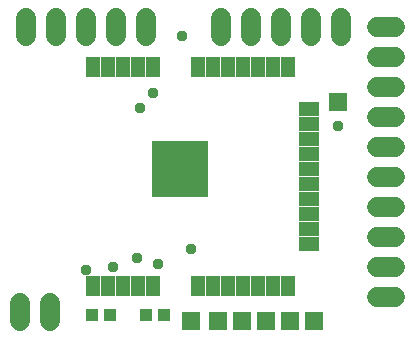
<source format=gbr>
G04 EAGLE Gerber X2 export*
%TF.Part,Single*%
%TF.FileFunction,Soldermask,Top,1*%
%TF.FilePolarity,Negative*%
%TF.GenerationSoftware,Autodesk,EAGLE,8.7.0*%
%TF.CreationDate,2021-03-05T05:11:20Z*%
G75*
%MOMM*%
%FSLAX34Y34*%
%LPD*%
%AMOC8*
5,1,8,0,0,1.08239X$1,22.5*%
G01*
%ADD10C,1.727200*%
%ADD11R,1.003200X1.003200*%
%ADD12R,1.203200X1.703200*%
%ADD13R,1.703200X1.203200*%
%ADD14R,4.703200X4.703200*%
%ADD15R,1.603200X1.603200*%
%ADD16C,0.959600*%


D10*
X360680Y266700D02*
X375920Y266700D01*
X375920Y241300D02*
X360680Y241300D01*
X360680Y215900D02*
X375920Y215900D01*
X375920Y190500D02*
X360680Y190500D01*
X360680Y165100D02*
X375920Y165100D01*
X375920Y139700D02*
X360680Y139700D01*
X360680Y114300D02*
X375920Y114300D01*
X375920Y88900D02*
X360680Y88900D01*
X360680Y63500D02*
X375920Y63500D01*
X375920Y38100D02*
X360680Y38100D01*
D11*
X180340Y22860D03*
X165100Y22860D03*
X134620Y22860D03*
X119380Y22860D03*
D10*
X63500Y259080D02*
X63500Y274320D01*
X88900Y274320D02*
X88900Y259080D01*
X114300Y259080D02*
X114300Y274320D01*
X139700Y274320D02*
X139700Y259080D01*
X165100Y259080D02*
X165100Y274320D01*
X228600Y274320D02*
X228600Y259080D01*
X254000Y259080D02*
X254000Y274320D01*
X279400Y274320D02*
X279400Y259080D01*
X304800Y259080D02*
X304800Y274320D01*
X330200Y274320D02*
X330200Y259080D01*
X83820Y33020D02*
X83820Y17780D01*
X58420Y17780D02*
X58420Y33020D01*
D12*
X158600Y47200D03*
X171300Y47200D03*
X209400Y47200D03*
X222100Y47200D03*
X234800Y47200D03*
X247500Y47200D03*
D13*
X303000Y197000D03*
D12*
X285600Y232200D03*
X272900Y232200D03*
X260200Y232200D03*
X247500Y232200D03*
X234800Y232200D03*
X222100Y232200D03*
X209400Y232200D03*
D13*
X303000Y108100D03*
D12*
X260200Y47200D03*
X272900Y47200D03*
X285600Y47200D03*
D13*
X303000Y82700D03*
X303000Y95400D03*
D12*
X145900Y47200D03*
X133200Y47200D03*
X120500Y47200D03*
D13*
X303000Y120800D03*
X303000Y133500D03*
X303000Y146200D03*
X303000Y184300D03*
X303000Y171600D03*
X303000Y158900D03*
D12*
X171300Y232200D03*
X158600Y232200D03*
X145900Y232200D03*
X133200Y232200D03*
X120500Y232200D03*
D14*
X193800Y146500D03*
D15*
X203200Y17780D03*
X226060Y17780D03*
X246380Y17780D03*
X266700Y17780D03*
X287020Y17780D03*
X307340Y17780D03*
X327660Y203200D03*
D16*
X114300Y60960D03*
X203200Y78740D03*
X137160Y63500D03*
X157480Y71120D03*
X195580Y259080D03*
X170970Y210820D03*
X160020Y198120D03*
X175260Y66040D03*
X327660Y182880D03*
M02*

</source>
